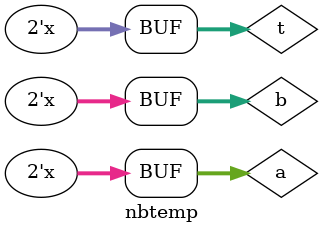
<source format=v>
module nbtemp;
    reg [1:0] a, b, t;

    initial begin
        a <= 2'b01;
        b <= 2'b10;

        t <= a;
        a <= b;
        b <= t;
    end
endmodule

</source>
